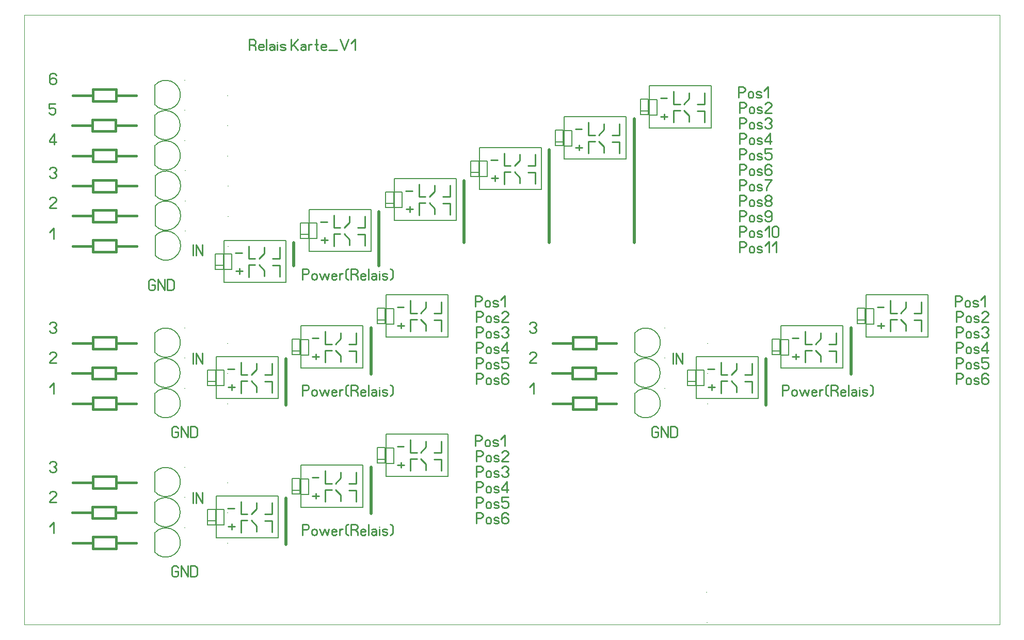
<source format=gbr>
%FSLAX34Y34*%
%MOMM*%
%LNCOPPER_BOTTOM*%
G71*
G01*
%ADD10C, 0.00*%
%ADD11C, 0.40*%
%ADD12C, 0.15*%
%ADD13C, 0.21*%
%ADD14C, 0.22*%
%ADD15C, 0.22*%
%ADD16C, 0.25*%
%ADD17C, 0.50*%
%LPD*%
G54D10*
X0Y0D02*
X1600000Y0D01*
X1600000Y-1000000D01*
X0Y-1000000D01*
X0Y0D01*
G54D11*
X150365Y-121866D02*
X150365Y-140866D01*
X112365Y-140866D01*
X112365Y-121866D01*
X150365Y-121866D01*
G54D11*
X150465Y-131366D02*
X183765Y-131366D01*
G54D11*
X78965Y-131366D02*
X112265Y-131366D01*
G54D12*
G75*
G01X214087Y-146889D02*
G03X214087Y-114770I17836J16059D01*
G01*
G54D12*
X214123Y-146830D02*
X214123Y-114830D01*
G54D13*
X333473Y-131498D02*
X333473Y-131498D01*
G54D13*
X263173Y-106098D02*
X263173Y-106098D01*
G54D11*
X149968Y-171475D02*
X149968Y-190475D01*
X111968Y-190475D01*
X111968Y-171475D01*
X149968Y-171475D01*
G54D11*
X150068Y-180975D02*
X183368Y-180975D01*
G54D11*
X78568Y-180975D02*
X111868Y-180975D01*
G54D12*
G75*
G01X213690Y-196498D02*
G03X213690Y-164380I17836J16059D01*
G01*
G54D12*
X213726Y-196439D02*
X213726Y-164439D01*
G54D13*
X333076Y-181107D02*
X333076Y-181107D01*
G54D13*
X262776Y-155707D02*
X262776Y-155707D01*
G54D11*
X150365Y-221084D02*
X150365Y-240084D01*
X112365Y-240084D01*
X112365Y-221084D01*
X150365Y-221084D01*
G54D11*
X150465Y-230584D02*
X183765Y-230584D01*
G54D11*
X78965Y-230584D02*
X112265Y-230584D01*
G54D12*
G75*
G01X214087Y-246107D02*
G03X214087Y-213989I17836J16059D01*
G01*
G54D12*
X214123Y-246048D02*
X214123Y-214048D01*
G54D13*
X333473Y-230717D02*
X333473Y-230717D01*
G54D13*
X263173Y-205317D02*
X263173Y-205317D01*
G54D11*
X150762Y-270694D02*
X150762Y-289694D01*
X112762Y-289694D01*
X112762Y-270694D01*
X150762Y-270694D01*
G54D11*
X150862Y-280194D02*
X184162Y-280194D01*
G54D11*
X79362Y-280194D02*
X112662Y-280194D01*
G54D12*
G75*
G01X214484Y-295717D02*
G03X214484Y-263599I17836J16059D01*
G01*
G54D12*
X214520Y-295658D02*
X214520Y-263658D01*
G54D13*
X333870Y-280326D02*
X333870Y-280326D01*
G54D13*
X263570Y-254926D02*
X263570Y-254926D01*
G54D11*
X150762Y-319906D02*
X150762Y-338906D01*
X112762Y-338906D01*
X112762Y-319906D01*
X150762Y-319906D01*
G54D11*
X150862Y-329406D02*
X184162Y-329406D01*
G54D11*
X79362Y-329406D02*
X112662Y-329406D01*
G54D12*
G75*
G01X214484Y-344929D02*
G03X214484Y-312811I17836J16059D01*
G01*
G54D12*
X214520Y-344870D02*
X214520Y-312870D01*
G54D13*
X333870Y-329538D02*
X333870Y-329538D01*
G54D13*
X263570Y-304138D02*
X263570Y-304138D01*
G54D11*
X150762Y-369119D02*
X150762Y-388119D01*
X112762Y-388119D01*
X112762Y-369119D01*
X150762Y-369119D01*
G54D11*
X150862Y-378619D02*
X184162Y-378619D01*
G54D11*
X79362Y-378619D02*
X112662Y-378619D01*
G54D12*
G75*
G01X214484Y-394142D02*
G03X214484Y-362024I17836J16059D01*
G01*
G54D12*
X214520Y-394083D02*
X214520Y-362083D01*
G54D13*
X333870Y-378751D02*
X333870Y-378751D01*
G54D13*
X263570Y-353351D02*
X263570Y-353351D01*
G54D14*
X208930Y-442358D02*
X214264Y-442358D01*
X214264Y-447914D01*
X212930Y-450136D01*
X210264Y-451247D01*
X207597Y-451247D01*
X204930Y-450136D01*
X203597Y-447914D01*
X203597Y-436802D01*
X204930Y-434580D01*
X207597Y-433469D01*
X210264Y-433469D01*
X212930Y-434580D01*
X214264Y-436802D01*
G54D14*
X219153Y-451247D02*
X219153Y-433469D01*
X229820Y-451247D01*
X229820Y-433469D01*
G54D14*
X234709Y-451247D02*
X234709Y-433469D01*
X241376Y-433469D01*
X244042Y-434580D01*
X245376Y-436802D01*
X245376Y-447914D01*
X244042Y-450136D01*
X241376Y-451247D01*
X234709Y-451247D01*
G54D14*
X456009Y-433784D02*
X456009Y-416007D01*
X462676Y-416007D01*
X465343Y-417118D01*
X466676Y-419340D01*
X466676Y-421562D01*
X465343Y-423784D01*
X462676Y-424896D01*
X456009Y-424896D01*
G54D14*
X479565Y-431118D02*
X479565Y-426673D01*
X478232Y-424451D01*
X475565Y-423784D01*
X472899Y-424451D01*
X471565Y-426673D01*
X471565Y-431118D01*
X472899Y-433340D01*
X475565Y-433784D01*
X478232Y-433340D01*
X479565Y-431118D01*
G54D14*
X484454Y-423784D02*
X488454Y-433784D01*
X492454Y-423784D01*
X496454Y-433784D01*
X499121Y-423784D01*
G54D14*
X512010Y-432673D02*
X509877Y-433784D01*
X507210Y-433784D01*
X504544Y-432673D01*
X504010Y-430451D01*
X504010Y-426673D01*
X505344Y-424451D01*
X508010Y-423784D01*
X510677Y-424451D01*
X512010Y-426007D01*
X512010Y-428229D01*
X504010Y-428229D01*
G54D14*
X516899Y-433784D02*
X516899Y-423784D01*
G54D14*
X516899Y-426007D02*
X519566Y-423784D01*
X522233Y-423784D01*
G54D14*
X531121Y-416007D02*
X528455Y-417118D01*
X527121Y-419340D01*
X527121Y-430451D01*
X528455Y-432673D01*
X531121Y-433784D01*
G54D14*
X541344Y-424896D02*
X545344Y-427118D01*
X546677Y-429340D01*
X546677Y-433784D01*
G54D14*
X536010Y-433784D02*
X536010Y-416007D01*
X542677Y-416007D01*
X545344Y-417118D01*
X546677Y-419340D01*
X546677Y-421562D01*
X545344Y-423784D01*
X542677Y-424896D01*
X536010Y-424896D01*
G54D14*
X559566Y-432673D02*
X557433Y-433784D01*
X554766Y-433784D01*
X552100Y-432673D01*
X551566Y-430451D01*
X551566Y-426673D01*
X552900Y-424451D01*
X555566Y-423784D01*
X558233Y-424451D01*
X559566Y-426007D01*
X559566Y-428229D01*
X551566Y-428229D01*
G54D14*
X564455Y-433784D02*
X564455Y-416007D01*
G54D14*
X569344Y-424896D02*
X572011Y-423784D01*
X575211Y-423784D01*
X577344Y-426007D01*
X577344Y-433784D01*
G54D14*
X577344Y-430451D02*
X576011Y-428229D01*
X573344Y-427784D01*
X570678Y-428229D01*
X569344Y-430451D01*
X569878Y-432673D01*
X572011Y-433784D01*
X573344Y-433784D01*
X573878Y-433784D01*
X576011Y-432673D01*
X577344Y-430451D01*
G54D14*
X582233Y-433784D02*
X582233Y-423784D01*
G54D14*
X582233Y-420451D02*
X582233Y-420451D01*
G54D14*
X587122Y-432673D02*
X589789Y-433784D01*
X592456Y-433784D01*
X595122Y-432673D01*
X595122Y-430451D01*
X593789Y-429340D01*
X588456Y-428229D01*
X587122Y-427118D01*
X587122Y-424896D01*
X589789Y-423784D01*
X592456Y-423784D01*
X595122Y-424896D01*
G54D14*
X600011Y-416007D02*
X602678Y-417118D01*
X604011Y-419340D01*
X604011Y-430451D01*
X602678Y-432673D01*
X600011Y-433784D01*
G54D14*
X41672Y-355998D02*
X48339Y-349332D01*
X48339Y-367109D01*
G54D14*
X52339Y-316309D02*
X41672Y-316309D01*
X41672Y-315198D01*
X43005Y-312976D01*
X51005Y-306309D01*
X52339Y-304087D01*
X52339Y-301865D01*
X51005Y-299643D01*
X48339Y-298532D01*
X45672Y-298532D01*
X43005Y-299643D01*
X41672Y-301865D01*
G54D14*
X41672Y-252652D02*
X43005Y-250430D01*
X45672Y-249319D01*
X48339Y-249319D01*
X51005Y-250430D01*
X52339Y-252652D01*
X52339Y-254875D01*
X51005Y-257097D01*
X48339Y-258208D01*
X51005Y-259319D01*
X52339Y-261541D01*
X52339Y-263764D01*
X51005Y-265986D01*
X48339Y-267097D01*
X45672Y-267097D01*
X43005Y-265986D01*
X41672Y-263764D01*
G54D14*
X49239Y-212467D02*
X49239Y-194689D01*
X41239Y-205800D01*
X41239Y-208023D01*
X51906Y-208023D01*
G54D14*
X50961Y-145049D02*
X40294Y-145049D01*
X40294Y-152827D01*
X41628Y-152827D01*
X44294Y-151716D01*
X46961Y-151716D01*
X49628Y-152827D01*
X50961Y-155049D01*
X50961Y-159493D01*
X49628Y-161716D01*
X46961Y-162827D01*
X44294Y-162827D01*
X41628Y-161716D01*
X40294Y-159493D01*
G54D14*
X52339Y-98665D02*
X51005Y-96443D01*
X48339Y-95332D01*
X45672Y-95332D01*
X43005Y-96443D01*
X41672Y-98665D01*
X41672Y-104220D01*
X41672Y-105332D01*
X45672Y-103109D01*
X48339Y-103109D01*
X51005Y-104220D01*
X52339Y-106443D01*
X52339Y-109776D01*
X51005Y-111998D01*
X48339Y-113109D01*
X45672Y-113109D01*
X43005Y-111998D01*
X41672Y-109776D01*
X41672Y-104220D01*
G54D14*
X1173559Y-160734D02*
X1173559Y-142956D01*
X1180226Y-142956D01*
X1182893Y-144068D01*
X1184226Y-146290D01*
X1184226Y-148512D01*
X1182893Y-150734D01*
X1180226Y-151846D01*
X1173559Y-151846D01*
G54D14*
X1197115Y-158068D02*
X1197115Y-153623D01*
X1195782Y-151401D01*
X1193115Y-150734D01*
X1190449Y-151401D01*
X1189115Y-153623D01*
X1189115Y-158068D01*
X1190449Y-160290D01*
X1193115Y-160734D01*
X1195782Y-160290D01*
X1197115Y-158068D01*
G54D14*
X1202004Y-159623D02*
X1204671Y-160734D01*
X1207338Y-160734D01*
X1210004Y-159623D01*
X1210004Y-157401D01*
X1208671Y-156290D01*
X1203338Y-155179D01*
X1202004Y-154068D01*
X1202004Y-151846D01*
X1204671Y-150734D01*
X1207338Y-150734D01*
X1210004Y-151846D01*
G54D14*
X1225560Y-160734D02*
X1214893Y-160734D01*
X1214893Y-159623D01*
X1216227Y-157401D01*
X1224227Y-150734D01*
X1225560Y-148512D01*
X1225560Y-146290D01*
X1224227Y-144068D01*
X1221560Y-142956D01*
X1218893Y-142956D01*
X1216227Y-144068D01*
X1214893Y-146290D01*
G54D14*
X1171972Y-135334D02*
X1171972Y-117556D01*
X1178638Y-117556D01*
X1181305Y-118668D01*
X1182638Y-120890D01*
X1182638Y-123112D01*
X1181305Y-125334D01*
X1178638Y-126446D01*
X1171972Y-126446D01*
G54D14*
X1195528Y-132668D02*
X1195528Y-128223D01*
X1194194Y-126001D01*
X1191528Y-125334D01*
X1188861Y-126001D01*
X1187528Y-128223D01*
X1187528Y-132668D01*
X1188861Y-134890D01*
X1191528Y-135334D01*
X1194194Y-134890D01*
X1195528Y-132668D01*
G54D14*
X1200417Y-134223D02*
X1203084Y-135334D01*
X1205750Y-135334D01*
X1208417Y-134223D01*
X1208417Y-132001D01*
X1207084Y-130890D01*
X1201750Y-129779D01*
X1200417Y-128668D01*
X1200417Y-126446D01*
X1203084Y-125334D01*
X1205750Y-125334D01*
X1208417Y-126446D01*
G54D14*
X1213306Y-124223D02*
X1219972Y-117556D01*
X1219972Y-135334D01*
G54D14*
X1173559Y-211534D02*
X1173559Y-193756D01*
X1180226Y-193756D01*
X1182893Y-194868D01*
X1184226Y-197090D01*
X1184226Y-199312D01*
X1182893Y-201534D01*
X1180226Y-202646D01*
X1173559Y-202646D01*
G54D14*
X1197115Y-208868D02*
X1197115Y-204423D01*
X1195782Y-202201D01*
X1193115Y-201534D01*
X1190449Y-202201D01*
X1189115Y-204423D01*
X1189115Y-208868D01*
X1190449Y-211090D01*
X1193115Y-211534D01*
X1195782Y-211090D01*
X1197115Y-208868D01*
G54D14*
X1202004Y-210423D02*
X1204671Y-211534D01*
X1207338Y-211534D01*
X1210004Y-210423D01*
X1210004Y-208201D01*
X1208671Y-207090D01*
X1203338Y-205979D01*
X1202004Y-204868D01*
X1202004Y-202646D01*
X1204671Y-201534D01*
X1207338Y-201534D01*
X1210004Y-202646D01*
G54D14*
X1222893Y-211534D02*
X1222893Y-193756D01*
X1214893Y-204868D01*
X1214893Y-207090D01*
X1225560Y-207090D01*
G54D13*
X1119286Y-946679D02*
X1119286Y-946679D01*
G54D13*
X1119682Y-996289D02*
X1119682Y-996289D01*
G54D12*
X1024763Y-115922D02*
X1024763Y-184979D01*
X1126363Y-184979D01*
X1126363Y-115922D01*
X1024763Y-115922D01*
G54D12*
X1024763Y-138147D02*
X1024763Y-163548D01*
X1037463Y-163547D01*
X1037463Y-138147D01*
X1024763Y-138147D01*
G54D15*
X1044150Y-166626D02*
X1054817Y-166626D01*
G54D15*
X1049484Y-162181D02*
X1049484Y-171070D01*
G54D15*
X1043356Y-136413D02*
X1054023Y-136414D01*
G54D16*
X1065244Y-125403D02*
X1065244Y-146041D01*
X1075563Y-146041D01*
G54D16*
X1065244Y-176204D02*
X1065244Y-156360D01*
X1075563Y-156360D01*
G54D16*
X1081913Y-156360D02*
X1090644Y-165091D01*
X1090644Y-174616D01*
G54D16*
X1081913Y-145922D02*
X1090644Y-137191D01*
X1090644Y-127666D01*
G54D16*
X1104138Y-157154D02*
X1116044Y-157154D01*
X1116044Y-175410D01*
G54D16*
X1104138Y-145860D02*
X1116044Y-145860D01*
X1116044Y-127604D01*
G54D12*
X1023124Y-137983D02*
X1010323Y-137983D01*
X1010323Y-163383D01*
X1023123Y-163383D01*
X1023124Y-137983D01*
G54D12*
X1010324Y-157083D02*
X1023123Y-157083D01*
G54D14*
X1173559Y-186134D02*
X1173559Y-168356D01*
X1180226Y-168356D01*
X1182893Y-169468D01*
X1184226Y-171690D01*
X1184226Y-173912D01*
X1182893Y-176134D01*
X1180226Y-177246D01*
X1173559Y-177246D01*
G54D14*
X1197115Y-183468D02*
X1197115Y-179023D01*
X1195782Y-176801D01*
X1193115Y-176134D01*
X1190449Y-176801D01*
X1189115Y-179023D01*
X1189115Y-183468D01*
X1190449Y-185690D01*
X1193115Y-186134D01*
X1195782Y-185690D01*
X1197115Y-183468D01*
G54D14*
X1202004Y-185023D02*
X1204671Y-186134D01*
X1207338Y-186134D01*
X1210004Y-185023D01*
X1210004Y-182801D01*
X1208671Y-181690D01*
X1203338Y-180579D01*
X1202004Y-179468D01*
X1202004Y-177246D01*
X1204671Y-176134D01*
X1207338Y-176134D01*
X1210004Y-177246D01*
G54D14*
X1214893Y-171690D02*
X1216227Y-169468D01*
X1218893Y-168356D01*
X1221560Y-168356D01*
X1224227Y-169468D01*
X1225560Y-171690D01*
X1225560Y-173912D01*
X1224227Y-176134D01*
X1221560Y-177246D01*
X1224227Y-178356D01*
X1225560Y-180579D01*
X1225560Y-182801D01*
X1224227Y-185023D01*
X1221560Y-186134D01*
X1218893Y-186134D01*
X1216227Y-185023D01*
X1214893Y-182801D01*
G54D12*
X885063Y-166722D02*
X885063Y-235779D01*
X986663Y-235779D01*
X986663Y-166722D01*
X885063Y-166722D01*
G54D12*
X885063Y-188947D02*
X885063Y-214348D01*
X897763Y-214347D01*
X897763Y-188947D01*
X885063Y-188947D01*
G54D15*
X904450Y-217426D02*
X915117Y-217426D01*
G54D15*
X909784Y-212981D02*
X909784Y-221870D01*
G54D15*
X903656Y-187213D02*
X914323Y-187214D01*
G54D16*
X925544Y-176203D02*
X925544Y-196841D01*
X935863Y-196841D01*
G54D16*
X925544Y-227004D02*
X925544Y-207160D01*
X935863Y-207160D01*
G54D16*
X942213Y-207160D02*
X950944Y-215891D01*
X950944Y-225416D01*
G54D16*
X942213Y-196722D02*
X950944Y-187991D01*
X950944Y-178466D01*
G54D16*
X964438Y-207954D02*
X976344Y-207954D01*
X976344Y-226210D01*
G54D16*
X964438Y-196660D02*
X976344Y-196660D01*
X976344Y-178404D01*
G54D12*
X883424Y-188783D02*
X870623Y-188783D01*
X870623Y-214183D01*
X883423Y-214183D01*
X883424Y-188783D01*
G54D12*
X870624Y-207883D02*
X883423Y-207883D01*
G54D14*
X1173559Y-236934D02*
X1173559Y-219156D01*
X1180226Y-219156D01*
X1182893Y-220268D01*
X1184226Y-222490D01*
X1184226Y-224712D01*
X1182893Y-226934D01*
X1180226Y-228046D01*
X1173559Y-228046D01*
G54D14*
X1197115Y-234268D02*
X1197115Y-229823D01*
X1195782Y-227601D01*
X1193115Y-226934D01*
X1190449Y-227601D01*
X1189115Y-229823D01*
X1189115Y-234268D01*
X1190449Y-236490D01*
X1193115Y-236934D01*
X1195782Y-236490D01*
X1197115Y-234268D01*
G54D14*
X1202004Y-235823D02*
X1204671Y-236934D01*
X1207338Y-236934D01*
X1210004Y-235823D01*
X1210004Y-233601D01*
X1208671Y-232490D01*
X1203338Y-231379D01*
X1202004Y-230268D01*
X1202004Y-228046D01*
X1204671Y-226934D01*
X1207338Y-226934D01*
X1210004Y-228046D01*
G54D14*
X1225560Y-219156D02*
X1214893Y-219156D01*
X1214893Y-226934D01*
X1216227Y-226934D01*
X1218893Y-225823D01*
X1221560Y-225823D01*
X1224227Y-226934D01*
X1225560Y-229156D01*
X1225560Y-233601D01*
X1224227Y-235823D01*
X1221560Y-236934D01*
X1218893Y-236934D01*
X1216227Y-235823D01*
X1214893Y-233601D01*
G54D14*
X1173559Y-262334D02*
X1173559Y-244556D01*
X1180226Y-244556D01*
X1182893Y-245668D01*
X1184226Y-247890D01*
X1184226Y-250112D01*
X1182893Y-252334D01*
X1180226Y-253446D01*
X1173559Y-253446D01*
G54D14*
X1197115Y-259668D02*
X1197115Y-255223D01*
X1195782Y-253001D01*
X1193115Y-252334D01*
X1190449Y-253001D01*
X1189115Y-255223D01*
X1189115Y-259668D01*
X1190449Y-261890D01*
X1193115Y-262334D01*
X1195782Y-261890D01*
X1197115Y-259668D01*
G54D14*
X1202004Y-261223D02*
X1204671Y-262334D01*
X1207338Y-262334D01*
X1210004Y-261223D01*
X1210004Y-259001D01*
X1208671Y-257890D01*
X1203338Y-256779D01*
X1202004Y-255668D01*
X1202004Y-253446D01*
X1204671Y-252334D01*
X1207338Y-252334D01*
X1210004Y-253446D01*
G54D14*
X1225560Y-247890D02*
X1224227Y-245668D01*
X1221560Y-244556D01*
X1218893Y-244556D01*
X1216227Y-245668D01*
X1214893Y-247890D01*
X1214893Y-253446D01*
X1214893Y-254556D01*
X1218893Y-252334D01*
X1221560Y-252334D01*
X1224227Y-253446D01*
X1225560Y-255668D01*
X1225560Y-259001D01*
X1224227Y-261223D01*
X1221560Y-262334D01*
X1218893Y-262334D01*
X1216227Y-261223D01*
X1214893Y-259001D01*
X1214893Y-253446D01*
G54D12*
X746919Y-216919D02*
X746919Y-285975D01*
X848519Y-285975D01*
X848519Y-216919D01*
X746919Y-216919D01*
G54D12*
X746919Y-239144D02*
X746919Y-264544D01*
X759619Y-264544D01*
X759619Y-239144D01*
X746919Y-239144D01*
G54D15*
X766306Y-267622D02*
X776973Y-267622D01*
G54D15*
X771640Y-263178D02*
X771640Y-272067D01*
G54D15*
X765512Y-237410D02*
X776179Y-237410D01*
G54D16*
X787400Y-226400D02*
X787400Y-247037D01*
X797719Y-247037D01*
G54D16*
X787400Y-277200D02*
X787400Y-257356D01*
X797719Y-257356D01*
G54D16*
X804069Y-257356D02*
X812800Y-266088D01*
X812800Y-275612D01*
G54D16*
X804069Y-246918D02*
X812800Y-238187D01*
X812800Y-228662D01*
G54D16*
X826294Y-258150D02*
X838200Y-258150D01*
X838200Y-276406D01*
G54D16*
X826294Y-246856D02*
X838200Y-246856D01*
X838200Y-228600D01*
G54D12*
X745279Y-238979D02*
X732479Y-238979D01*
X732479Y-264379D01*
X745279Y-264380D01*
X745279Y-238979D01*
G54D12*
X732479Y-258079D02*
X745279Y-258079D01*
G54D14*
X1173559Y-287734D02*
X1173559Y-269956D01*
X1180226Y-269956D01*
X1182893Y-271068D01*
X1184226Y-273290D01*
X1184226Y-275512D01*
X1182893Y-277734D01*
X1180226Y-278846D01*
X1173559Y-278846D01*
G54D14*
X1197115Y-285068D02*
X1197115Y-280623D01*
X1195782Y-278401D01*
X1193115Y-277734D01*
X1190449Y-278401D01*
X1189115Y-280623D01*
X1189115Y-285068D01*
X1190449Y-287290D01*
X1193115Y-287734D01*
X1195782Y-287290D01*
X1197115Y-285068D01*
G54D14*
X1202004Y-286623D02*
X1204671Y-287734D01*
X1207338Y-287734D01*
X1210004Y-286623D01*
X1210004Y-284401D01*
X1208671Y-283290D01*
X1203338Y-282179D01*
X1202004Y-281068D01*
X1202004Y-278846D01*
X1204671Y-277734D01*
X1207338Y-277734D01*
X1210004Y-278846D01*
G54D14*
X1214893Y-269956D02*
X1225560Y-269956D01*
X1224227Y-272179D01*
X1221560Y-275512D01*
X1218893Y-279956D01*
X1217560Y-283290D01*
X1217560Y-287734D01*
G54D14*
X1173559Y-313134D02*
X1173559Y-295356D01*
X1180226Y-295356D01*
X1182893Y-296468D01*
X1184226Y-298690D01*
X1184226Y-300912D01*
X1182893Y-303134D01*
X1180226Y-304246D01*
X1173559Y-304246D01*
G54D14*
X1197115Y-310468D02*
X1197115Y-306023D01*
X1195782Y-303801D01*
X1193115Y-303134D01*
X1190449Y-303801D01*
X1189115Y-306023D01*
X1189115Y-310468D01*
X1190449Y-312690D01*
X1193115Y-313134D01*
X1195782Y-312690D01*
X1197115Y-310468D01*
G54D14*
X1202004Y-312023D02*
X1204671Y-313134D01*
X1207338Y-313134D01*
X1210004Y-312023D01*
X1210004Y-309801D01*
X1208671Y-308690D01*
X1203338Y-307579D01*
X1202004Y-306468D01*
X1202004Y-304246D01*
X1204671Y-303134D01*
X1207338Y-303134D01*
X1210004Y-304246D01*
G54D14*
X1221560Y-304246D02*
X1218893Y-304246D01*
X1216227Y-303134D01*
X1214893Y-300912D01*
X1214893Y-298690D01*
X1216227Y-296468D01*
X1218893Y-295356D01*
X1221560Y-295356D01*
X1224227Y-296468D01*
X1225560Y-298690D01*
X1225560Y-300912D01*
X1224227Y-303134D01*
X1221560Y-304246D01*
X1224227Y-305356D01*
X1225560Y-307579D01*
X1225560Y-309801D01*
X1224227Y-312023D01*
X1221560Y-313134D01*
X1218893Y-313134D01*
X1216227Y-312023D01*
X1214893Y-309801D01*
X1214893Y-307579D01*
X1216227Y-305356D01*
X1218893Y-304246D01*
G54D14*
X1173559Y-338534D02*
X1173559Y-320756D01*
X1180226Y-320756D01*
X1182893Y-321868D01*
X1184226Y-324090D01*
X1184226Y-326312D01*
X1182893Y-328534D01*
X1180226Y-329646D01*
X1173559Y-329646D01*
G54D14*
X1197115Y-335868D02*
X1197115Y-331423D01*
X1195782Y-329201D01*
X1193115Y-328534D01*
X1190449Y-329201D01*
X1189115Y-331423D01*
X1189115Y-335868D01*
X1190449Y-338090D01*
X1193115Y-338534D01*
X1195782Y-338090D01*
X1197115Y-335868D01*
G54D14*
X1202004Y-337423D02*
X1204671Y-338534D01*
X1207338Y-338534D01*
X1210004Y-337423D01*
X1210004Y-335201D01*
X1208671Y-334090D01*
X1203338Y-332979D01*
X1202004Y-331868D01*
X1202004Y-329646D01*
X1204671Y-328534D01*
X1207338Y-328534D01*
X1210004Y-329646D01*
G54D14*
X1214893Y-335201D02*
X1216227Y-337423D01*
X1218893Y-338534D01*
X1221560Y-338534D01*
X1224227Y-337423D01*
X1225560Y-335201D01*
X1225560Y-329646D01*
X1225560Y-328534D01*
X1221560Y-330756D01*
X1218893Y-330756D01*
X1216227Y-329646D01*
X1214893Y-327423D01*
X1214893Y-324090D01*
X1216227Y-321868D01*
X1218893Y-320756D01*
X1221560Y-320756D01*
X1224227Y-321868D01*
X1225560Y-324090D01*
X1225560Y-329646D01*
G54D14*
X1173559Y-363934D02*
X1173559Y-346156D01*
X1180226Y-346156D01*
X1182893Y-347268D01*
X1184226Y-349490D01*
X1184226Y-351712D01*
X1182893Y-353934D01*
X1180226Y-355046D01*
X1173559Y-355046D01*
G54D14*
X1197115Y-361268D02*
X1197115Y-356823D01*
X1195782Y-354601D01*
X1193115Y-353934D01*
X1190449Y-354601D01*
X1189115Y-356823D01*
X1189115Y-361268D01*
X1190449Y-363490D01*
X1193115Y-363934D01*
X1195782Y-363490D01*
X1197115Y-361268D01*
G54D14*
X1202004Y-362823D02*
X1204671Y-363934D01*
X1207338Y-363934D01*
X1210004Y-362823D01*
X1210004Y-360601D01*
X1208671Y-359490D01*
X1203338Y-358379D01*
X1202004Y-357268D01*
X1202004Y-355046D01*
X1204671Y-353934D01*
X1207338Y-353934D01*
X1210004Y-355046D01*
G54D14*
X1214893Y-352823D02*
X1221560Y-346156D01*
X1221560Y-363934D01*
G54D14*
X1237116Y-349490D02*
X1237116Y-360601D01*
X1235783Y-362823D01*
X1233116Y-363934D01*
X1230449Y-363934D01*
X1227783Y-362823D01*
X1226449Y-360601D01*
X1226449Y-349490D01*
X1227783Y-347268D01*
X1230449Y-346156D01*
X1233116Y-346156D01*
X1235783Y-347268D01*
X1237116Y-349490D01*
G54D14*
X1173559Y-389334D02*
X1173559Y-371556D01*
X1180226Y-371556D01*
X1182893Y-372668D01*
X1184226Y-374890D01*
X1184226Y-377112D01*
X1182893Y-379334D01*
X1180226Y-380446D01*
X1173559Y-380446D01*
G54D14*
X1197115Y-386668D02*
X1197115Y-382223D01*
X1195782Y-380001D01*
X1193115Y-379334D01*
X1190449Y-380001D01*
X1189115Y-382223D01*
X1189115Y-386668D01*
X1190449Y-388890D01*
X1193115Y-389334D01*
X1195782Y-388890D01*
X1197115Y-386668D01*
G54D14*
X1202004Y-388223D02*
X1204671Y-389334D01*
X1207338Y-389334D01*
X1210004Y-388223D01*
X1210004Y-386001D01*
X1208671Y-384890D01*
X1203338Y-383779D01*
X1202004Y-382668D01*
X1202004Y-380446D01*
X1204671Y-379334D01*
X1207338Y-379334D01*
X1210004Y-380446D01*
G54D14*
X1214893Y-378223D02*
X1221560Y-371556D01*
X1221560Y-389334D01*
G54D14*
X1226449Y-378223D02*
X1233116Y-371556D01*
X1233116Y-389334D01*
G54D12*
X607219Y-267719D02*
X607219Y-336775D01*
X708819Y-336775D01*
X708819Y-267719D01*
X607219Y-267719D01*
G54D12*
X607219Y-289944D02*
X607219Y-315344D01*
X619919Y-315344D01*
X619919Y-289944D01*
X607219Y-289944D01*
G54D15*
X626606Y-318422D02*
X637273Y-318422D01*
G54D15*
X631940Y-313978D02*
X631940Y-322867D01*
G54D15*
X625812Y-288210D02*
X636479Y-288210D01*
G54D16*
X647700Y-277200D02*
X647700Y-297837D01*
X658019Y-297837D01*
G54D16*
X647700Y-328000D02*
X647700Y-308156D01*
X658019Y-308156D01*
G54D16*
X664369Y-308156D02*
X673100Y-316888D01*
X673100Y-326412D01*
G54D16*
X664369Y-297718D02*
X673100Y-288987D01*
X673100Y-279462D01*
G54D16*
X686594Y-308950D02*
X698500Y-308950D01*
X698500Y-327206D01*
G54D16*
X686594Y-297656D02*
X698500Y-297656D01*
X698500Y-279400D01*
G54D12*
X605579Y-289779D02*
X592779Y-289779D01*
X592779Y-315179D01*
X605579Y-315180D01*
X605579Y-289779D01*
G54D12*
X592779Y-308879D02*
X605579Y-308879D01*
G54D12*
X467519Y-318519D02*
X467519Y-387575D01*
X569119Y-387575D01*
X569119Y-318519D01*
X467519Y-318519D01*
G54D12*
X467519Y-340744D02*
X467519Y-366144D01*
X480219Y-366144D01*
X480219Y-340744D01*
X467519Y-340744D01*
G54D15*
X486906Y-369222D02*
X497573Y-369222D01*
G54D15*
X492240Y-364778D02*
X492240Y-373667D01*
G54D15*
X486112Y-339010D02*
X496779Y-339010D01*
G54D16*
X508000Y-328000D02*
X508000Y-348637D01*
X518319Y-348637D01*
G54D16*
X508000Y-378800D02*
X508000Y-358956D01*
X518319Y-358956D01*
G54D16*
X524669Y-358956D02*
X533400Y-367688D01*
X533400Y-377212D01*
G54D16*
X524669Y-348518D02*
X533400Y-339787D01*
X533400Y-330262D01*
G54D16*
X546894Y-359750D02*
X558800Y-359750D01*
X558800Y-378006D01*
G54D16*
X546894Y-348456D02*
X558800Y-348456D01*
X558800Y-330200D01*
G54D12*
X465879Y-340579D02*
X453079Y-340579D01*
X453079Y-365979D01*
X465879Y-365980D01*
X465879Y-340579D01*
G54D12*
X453079Y-359679D02*
X465879Y-359679D01*
G54D12*
X327819Y-369319D02*
X327819Y-438375D01*
X429419Y-438375D01*
X429419Y-369319D01*
X327819Y-369319D01*
G54D12*
X327819Y-391544D02*
X327819Y-416944D01*
X340519Y-416944D01*
X340519Y-391544D01*
X327819Y-391544D01*
G54D15*
X347206Y-420022D02*
X357873Y-420022D01*
G54D15*
X352540Y-415578D02*
X352540Y-424467D01*
G54D15*
X346412Y-389810D02*
X357079Y-389810D01*
G54D16*
X368300Y-378800D02*
X368300Y-399437D01*
X378619Y-399437D01*
G54D16*
X368300Y-429600D02*
X368300Y-409756D01*
X378619Y-409756D01*
G54D16*
X384969Y-409756D02*
X393700Y-418488D01*
X393700Y-428012D01*
G54D16*
X384969Y-399318D02*
X393700Y-390587D01*
X393700Y-381062D01*
G54D16*
X407194Y-410550D02*
X419100Y-410550D01*
X419100Y-428806D01*
G54D16*
X407194Y-399256D02*
X419100Y-399256D01*
X419100Y-381000D01*
G54D12*
X326179Y-391379D02*
X313379Y-391379D01*
X313379Y-416779D01*
X326179Y-416780D01*
X326179Y-391379D01*
G54D12*
X313379Y-410479D02*
X326179Y-410479D01*
G54D14*
X276622Y-394097D02*
X276622Y-376319D01*
G54D14*
X281511Y-394097D02*
X281511Y-376319D01*
X292178Y-394097D01*
X292178Y-376319D01*
G54D17*
X441325Y-373062D02*
X441325Y-411162D01*
G54D17*
X581025Y-411162D02*
X581025Y-322262D01*
G54D17*
X720725Y-271462D02*
X720725Y-373062D01*
G54D17*
X860425Y-373062D02*
X860425Y-220662D01*
G54D17*
X1000125Y-169862D02*
X1000125Y-373062D01*
G54D11*
X150365Y-528266D02*
X150365Y-547266D01*
X112365Y-547266D01*
X112365Y-528266D01*
X150365Y-528266D01*
G54D11*
X150465Y-537766D02*
X183765Y-537766D01*
G54D11*
X78965Y-537766D02*
X112265Y-537766D01*
G54D12*
G75*
G01X214087Y-553289D02*
G03X214087Y-521170I17836J16059D01*
G01*
G54D12*
X214123Y-553230D02*
X214123Y-521230D01*
G54D13*
X333473Y-537898D02*
X333473Y-537898D01*
G54D13*
X263173Y-512498D02*
X263173Y-512498D01*
G54D11*
X149968Y-577875D02*
X149968Y-596875D01*
X111968Y-596875D01*
X111968Y-577875D01*
X149968Y-577875D01*
G54D11*
X150068Y-587375D02*
X183368Y-587375D01*
G54D11*
X78568Y-587375D02*
X111868Y-587375D01*
G54D12*
G75*
G01X213690Y-602898D02*
G03X213690Y-570780I17836J16059D01*
G01*
G54D12*
X213726Y-602839D02*
X213726Y-570839D01*
G54D13*
X333076Y-587507D02*
X333076Y-587507D01*
G54D13*
X262776Y-562107D02*
X262776Y-562107D01*
G54D11*
X150365Y-627484D02*
X150365Y-646484D01*
X112365Y-646484D01*
X112365Y-627484D01*
X150365Y-627484D01*
G54D11*
X150465Y-636984D02*
X183765Y-636984D01*
G54D11*
X78965Y-636984D02*
X112265Y-636984D01*
G54D12*
G75*
G01X214087Y-652507D02*
G03X214087Y-620389I17836J16059D01*
G01*
G54D12*
X214123Y-652448D02*
X214123Y-620448D01*
G54D13*
X333473Y-637117D02*
X333473Y-637117D01*
G54D13*
X263173Y-611717D02*
X263173Y-611717D01*
G54D14*
X41672Y-609998D02*
X48339Y-603332D01*
X48339Y-621109D01*
G54D14*
X52339Y-570309D02*
X41672Y-570309D01*
X41672Y-569198D01*
X43005Y-566976D01*
X51005Y-560309D01*
X52339Y-558087D01*
X52339Y-555865D01*
X51005Y-553643D01*
X48339Y-552532D01*
X45672Y-552532D01*
X43005Y-553643D01*
X41672Y-555865D01*
G54D14*
X41672Y-506652D02*
X43005Y-504430D01*
X45672Y-503319D01*
X48339Y-503319D01*
X51005Y-504430D01*
X52339Y-506652D01*
X52339Y-508875D01*
X51005Y-511097D01*
X48339Y-512208D01*
X51005Y-513319D01*
X52339Y-515541D01*
X52339Y-517764D01*
X51005Y-519986D01*
X48339Y-521097D01*
X45672Y-521097D01*
X43005Y-519986D01*
X41672Y-517764D01*
G54D14*
X741759Y-503634D02*
X741759Y-485856D01*
X748426Y-485856D01*
X751093Y-486968D01*
X752426Y-489190D01*
X752426Y-491412D01*
X751093Y-493634D01*
X748426Y-494746D01*
X741759Y-494746D01*
G54D14*
X765315Y-500968D02*
X765315Y-496523D01*
X763982Y-494301D01*
X761315Y-493634D01*
X758649Y-494301D01*
X757315Y-496523D01*
X757315Y-500968D01*
X758649Y-503190D01*
X761315Y-503634D01*
X763982Y-503190D01*
X765315Y-500968D01*
G54D14*
X770204Y-502523D02*
X772871Y-503634D01*
X775538Y-503634D01*
X778204Y-502523D01*
X778204Y-500301D01*
X776871Y-499190D01*
X771538Y-498079D01*
X770204Y-496968D01*
X770204Y-494746D01*
X772871Y-493634D01*
X775538Y-493634D01*
X778204Y-494746D01*
G54D14*
X793760Y-503634D02*
X783093Y-503634D01*
X783093Y-502523D01*
X784427Y-500301D01*
X792427Y-493634D01*
X793760Y-491412D01*
X793760Y-489190D01*
X792427Y-486968D01*
X789760Y-485856D01*
X787093Y-485856D01*
X784427Y-486968D01*
X783093Y-489190D01*
G54D14*
X740172Y-478234D02*
X740172Y-460456D01*
X746838Y-460456D01*
X749505Y-461568D01*
X750838Y-463790D01*
X750838Y-466012D01*
X749505Y-468234D01*
X746838Y-469346D01*
X740172Y-469346D01*
G54D14*
X763728Y-475568D02*
X763728Y-471123D01*
X762394Y-468901D01*
X759728Y-468234D01*
X757061Y-468901D01*
X755728Y-471123D01*
X755728Y-475568D01*
X757061Y-477790D01*
X759728Y-478234D01*
X762394Y-477790D01*
X763728Y-475568D01*
G54D14*
X768617Y-477123D02*
X771284Y-478234D01*
X773950Y-478234D01*
X776617Y-477123D01*
X776617Y-474901D01*
X775284Y-473790D01*
X769950Y-472679D01*
X768617Y-471568D01*
X768617Y-469346D01*
X771284Y-468234D01*
X773950Y-468234D01*
X776617Y-469346D01*
G54D14*
X781506Y-467123D02*
X788172Y-460456D01*
X788172Y-478234D01*
G54D14*
X741759Y-554434D02*
X741759Y-536656D01*
X748426Y-536656D01*
X751093Y-537768D01*
X752426Y-539990D01*
X752426Y-542212D01*
X751093Y-544434D01*
X748426Y-545546D01*
X741759Y-545546D01*
G54D14*
X765315Y-551768D02*
X765315Y-547323D01*
X763982Y-545101D01*
X761315Y-544434D01*
X758649Y-545101D01*
X757315Y-547323D01*
X757315Y-551768D01*
X758649Y-553990D01*
X761315Y-554434D01*
X763982Y-553990D01*
X765315Y-551768D01*
G54D14*
X770204Y-553323D02*
X772871Y-554434D01*
X775538Y-554434D01*
X778204Y-553323D01*
X778204Y-551101D01*
X776871Y-549990D01*
X771538Y-548879D01*
X770204Y-547768D01*
X770204Y-545546D01*
X772871Y-544434D01*
X775538Y-544434D01*
X778204Y-545546D01*
G54D14*
X791093Y-554434D02*
X791093Y-536656D01*
X783093Y-547768D01*
X783093Y-549990D01*
X793760Y-549990D01*
G54D12*
X592963Y-458822D02*
X592963Y-527879D01*
X694563Y-527879D01*
X694563Y-458822D01*
X592963Y-458822D01*
G54D12*
X592963Y-481047D02*
X592963Y-506448D01*
X605663Y-506447D01*
X605663Y-481047D01*
X592963Y-481047D01*
G54D15*
X612350Y-509526D02*
X623017Y-509526D01*
G54D15*
X617683Y-505081D02*
X617683Y-513970D01*
G54D15*
X611556Y-479313D02*
X622223Y-479314D01*
G54D16*
X633444Y-468303D02*
X633444Y-488941D01*
X643763Y-488941D01*
G54D16*
X633444Y-519104D02*
X633444Y-499260D01*
X643763Y-499260D01*
G54D16*
X650113Y-499260D02*
X658844Y-507991D01*
X658844Y-517516D01*
G54D16*
X650113Y-488822D02*
X658844Y-480091D01*
X658844Y-470566D01*
G54D16*
X672338Y-500054D02*
X684244Y-500054D01*
X684244Y-518310D01*
G54D16*
X672338Y-488760D02*
X684244Y-488760D01*
X684244Y-470504D01*
G54D12*
X591323Y-480883D02*
X578523Y-480883D01*
X578523Y-506283D01*
X591323Y-506283D01*
X591323Y-480883D01*
G54D12*
X578523Y-499983D02*
X591323Y-499983D01*
G54D14*
X741759Y-529034D02*
X741759Y-511256D01*
X748426Y-511256D01*
X751093Y-512368D01*
X752426Y-514590D01*
X752426Y-516812D01*
X751093Y-519034D01*
X748426Y-520146D01*
X741759Y-520146D01*
G54D14*
X765315Y-526368D02*
X765315Y-521923D01*
X763982Y-519701D01*
X761315Y-519034D01*
X758649Y-519701D01*
X757315Y-521923D01*
X757315Y-526368D01*
X758649Y-528590D01*
X761315Y-529034D01*
X763982Y-528590D01*
X765315Y-526368D01*
G54D14*
X770204Y-527923D02*
X772871Y-529034D01*
X775538Y-529034D01*
X778204Y-527923D01*
X778204Y-525701D01*
X776871Y-524590D01*
X771538Y-523479D01*
X770204Y-522368D01*
X770204Y-520146D01*
X772871Y-519034D01*
X775538Y-519034D01*
X778204Y-520146D01*
G54D14*
X783093Y-514590D02*
X784427Y-512368D01*
X787093Y-511256D01*
X789760Y-511256D01*
X792427Y-512368D01*
X793760Y-514590D01*
X793760Y-516812D01*
X792427Y-519034D01*
X789760Y-520146D01*
X792427Y-521256D01*
X793760Y-523479D01*
X793760Y-525701D01*
X792427Y-527923D01*
X789760Y-529034D01*
X787093Y-529034D01*
X784427Y-527923D01*
X783093Y-525701D01*
G54D12*
X453263Y-509622D02*
X453263Y-578679D01*
X554863Y-578679D01*
X554863Y-509622D01*
X453263Y-509622D01*
G54D12*
X453263Y-531847D02*
X453263Y-557248D01*
X465963Y-557247D01*
X465963Y-531847D01*
X453263Y-531847D01*
G54D15*
X472650Y-560326D02*
X483317Y-560326D01*
G54D15*
X477984Y-555881D02*
X477984Y-564770D01*
G54D15*
X471856Y-530113D02*
X482523Y-530114D01*
G54D16*
X493744Y-519103D02*
X493744Y-539741D01*
X504063Y-539741D01*
G54D16*
X493744Y-569904D02*
X493744Y-550060D01*
X504063Y-550060D01*
G54D16*
X510413Y-550060D02*
X519144Y-558791D01*
X519144Y-568316D01*
G54D16*
X510413Y-539622D02*
X519144Y-530891D01*
X519144Y-521366D01*
G54D16*
X532638Y-550854D02*
X544544Y-550854D01*
X544544Y-569110D01*
G54D16*
X532638Y-539560D02*
X544544Y-539560D01*
X544544Y-521304D01*
G54D12*
X451624Y-531683D02*
X438823Y-531683D01*
X438823Y-557083D01*
X451623Y-557083D01*
X451624Y-531683D01*
G54D12*
X438824Y-550783D02*
X451623Y-550783D01*
G54D14*
X741759Y-579834D02*
X741759Y-562056D01*
X748426Y-562056D01*
X751093Y-563168D01*
X752426Y-565390D01*
X752426Y-567612D01*
X751093Y-569834D01*
X748426Y-570946D01*
X741759Y-570946D01*
G54D14*
X765315Y-577168D02*
X765315Y-572723D01*
X763982Y-570501D01*
X761315Y-569834D01*
X758649Y-570501D01*
X757315Y-572723D01*
X757315Y-577168D01*
X758649Y-579390D01*
X761315Y-579834D01*
X763982Y-579390D01*
X765315Y-577168D01*
G54D14*
X770204Y-578723D02*
X772871Y-579834D01*
X775538Y-579834D01*
X778204Y-578723D01*
X778204Y-576501D01*
X776871Y-575390D01*
X771538Y-574279D01*
X770204Y-573168D01*
X770204Y-570946D01*
X772871Y-569834D01*
X775538Y-569834D01*
X778204Y-570946D01*
G54D14*
X793760Y-562056D02*
X783093Y-562056D01*
X783093Y-569834D01*
X784427Y-569834D01*
X787093Y-568723D01*
X789760Y-568723D01*
X792427Y-569834D01*
X793760Y-572056D01*
X793760Y-576501D01*
X792427Y-578723D01*
X789760Y-579834D01*
X787093Y-579834D01*
X784427Y-578723D01*
X783093Y-576501D01*
G54D14*
X741759Y-605234D02*
X741759Y-587456D01*
X748426Y-587456D01*
X751093Y-588568D01*
X752426Y-590790D01*
X752426Y-593012D01*
X751093Y-595234D01*
X748426Y-596346D01*
X741759Y-596346D01*
G54D14*
X765315Y-602568D02*
X765315Y-598123D01*
X763982Y-595901D01*
X761315Y-595234D01*
X758649Y-595901D01*
X757315Y-598123D01*
X757315Y-602568D01*
X758649Y-604790D01*
X761315Y-605234D01*
X763982Y-604790D01*
X765315Y-602568D01*
G54D14*
X770204Y-604123D02*
X772871Y-605234D01*
X775538Y-605234D01*
X778204Y-604123D01*
X778204Y-601901D01*
X776871Y-600790D01*
X771538Y-599679D01*
X770204Y-598568D01*
X770204Y-596346D01*
X772871Y-595234D01*
X775538Y-595234D01*
X778204Y-596346D01*
G54D14*
X793760Y-590790D02*
X792427Y-588568D01*
X789760Y-587456D01*
X787093Y-587456D01*
X784427Y-588568D01*
X783093Y-590790D01*
X783093Y-596346D01*
X783093Y-597456D01*
X787093Y-595234D01*
X789760Y-595234D01*
X792427Y-596346D01*
X793760Y-598568D01*
X793760Y-601901D01*
X792427Y-604123D01*
X789760Y-605234D01*
X787093Y-605234D01*
X784427Y-604123D01*
X783093Y-601901D01*
X783093Y-596346D01*
G54D12*
X315119Y-559819D02*
X315119Y-628875D01*
X416719Y-628875D01*
X416719Y-559819D01*
X315119Y-559819D01*
G54D12*
X315119Y-582044D02*
X315119Y-607444D01*
X327819Y-607444D01*
X327819Y-582044D01*
X315119Y-582044D01*
G54D15*
X334506Y-610522D02*
X345173Y-610522D01*
G54D15*
X339840Y-606078D02*
X339840Y-614967D01*
G54D15*
X333712Y-580310D02*
X344379Y-580310D01*
G54D16*
X355600Y-569300D02*
X355600Y-589937D01*
X365919Y-589937D01*
G54D16*
X355600Y-620100D02*
X355600Y-600256D01*
X365919Y-600256D01*
G54D16*
X372269Y-600256D02*
X381000Y-608988D01*
X381000Y-618512D01*
G54D16*
X372269Y-589818D02*
X381000Y-581088D01*
X381000Y-571562D01*
G54D16*
X394494Y-601050D02*
X406400Y-601050D01*
X406400Y-619306D01*
G54D16*
X394494Y-589756D02*
X406400Y-589756D01*
X406400Y-571500D01*
G54D12*
X313479Y-581879D02*
X300679Y-581879D01*
X300679Y-607279D01*
X313479Y-607280D01*
X313479Y-581879D01*
G54D12*
X300679Y-600979D02*
X313479Y-600979D01*
G54D14*
X276622Y-571897D02*
X276622Y-554119D01*
G54D14*
X281511Y-571897D02*
X281511Y-554119D01*
X292178Y-571897D01*
X292178Y-554119D01*
G54D17*
X428625Y-639762D02*
X428625Y-563562D01*
G54D17*
X568325Y-512762D02*
X568325Y-588962D01*
G54D14*
X456009Y-624284D02*
X456009Y-606507D01*
X462676Y-606507D01*
X465343Y-607618D01*
X466676Y-609840D01*
X466676Y-612062D01*
X465343Y-614284D01*
X462676Y-615396D01*
X456009Y-615396D01*
G54D14*
X479565Y-621618D02*
X479565Y-617173D01*
X478232Y-614951D01*
X475565Y-614284D01*
X472899Y-614951D01*
X471565Y-617173D01*
X471565Y-621618D01*
X472899Y-623840D01*
X475565Y-624284D01*
X478232Y-623840D01*
X479565Y-621618D01*
G54D14*
X484454Y-614284D02*
X488454Y-624284D01*
X492454Y-614284D01*
X496454Y-624284D01*
X499121Y-614284D01*
G54D14*
X512010Y-623173D02*
X509877Y-624284D01*
X507210Y-624284D01*
X504544Y-623173D01*
X504010Y-620951D01*
X504010Y-617173D01*
X505344Y-614951D01*
X508010Y-614284D01*
X510677Y-614951D01*
X512010Y-616507D01*
X512010Y-618729D01*
X504010Y-618729D01*
G54D14*
X516899Y-624284D02*
X516899Y-614284D01*
G54D14*
X516899Y-616507D02*
X519566Y-614284D01*
X522233Y-614284D01*
G54D14*
X531121Y-606507D02*
X528455Y-607618D01*
X527121Y-609840D01*
X527121Y-620951D01*
X528455Y-623173D01*
X531121Y-624284D01*
G54D14*
X541344Y-615396D02*
X545344Y-617618D01*
X546677Y-619840D01*
X546677Y-624284D01*
G54D14*
X536010Y-624284D02*
X536010Y-606507D01*
X542677Y-606507D01*
X545344Y-607618D01*
X546677Y-609840D01*
X546677Y-612062D01*
X545344Y-614284D01*
X542677Y-615396D01*
X536010Y-615396D01*
G54D14*
X559566Y-623173D02*
X557433Y-624284D01*
X554766Y-624284D01*
X552100Y-623173D01*
X551566Y-620951D01*
X551566Y-617173D01*
X552900Y-614951D01*
X555566Y-614284D01*
X558233Y-614951D01*
X559566Y-616507D01*
X559566Y-618729D01*
X551566Y-618729D01*
G54D14*
X564455Y-624284D02*
X564455Y-606507D01*
G54D14*
X569344Y-615396D02*
X572011Y-614284D01*
X575211Y-614284D01*
X577344Y-616507D01*
X577344Y-624284D01*
G54D14*
X577344Y-620951D02*
X576011Y-618729D01*
X573344Y-618284D01*
X570678Y-618729D01*
X569344Y-620951D01*
X569878Y-623173D01*
X572011Y-624284D01*
X573344Y-624284D01*
X573878Y-624284D01*
X576011Y-623173D01*
X577344Y-620951D01*
G54D14*
X582233Y-624284D02*
X582233Y-614284D01*
G54D14*
X582233Y-610951D02*
X582233Y-610951D01*
G54D14*
X587122Y-623173D02*
X589789Y-624284D01*
X592456Y-624284D01*
X595122Y-623173D01*
X595122Y-620951D01*
X593789Y-619840D01*
X588456Y-618729D01*
X587122Y-617618D01*
X587122Y-615396D01*
X589789Y-614284D01*
X592456Y-614284D01*
X595122Y-615396D01*
G54D14*
X600011Y-606507D02*
X602678Y-607618D01*
X604011Y-609840D01*
X604011Y-620951D01*
X602678Y-623173D01*
X600011Y-624284D01*
G54D11*
X937765Y-528266D02*
X937765Y-547266D01*
X899765Y-547266D01*
X899765Y-528266D01*
X937765Y-528266D01*
G54D11*
X937865Y-537766D02*
X971165Y-537766D01*
G54D11*
X866365Y-537766D02*
X899665Y-537766D01*
G54D12*
G75*
G01X1001487Y-553289D02*
G03X1001487Y-521170I17836J16059D01*
G01*
G54D12*
X1001523Y-553230D02*
X1001523Y-521230D01*
G54D13*
X1120873Y-537898D02*
X1120873Y-537898D01*
G54D13*
X1050573Y-512498D02*
X1050573Y-512498D01*
G54D11*
X937368Y-577875D02*
X937368Y-596875D01*
X899368Y-596875D01*
X899368Y-577875D01*
X937368Y-577875D01*
G54D11*
X937468Y-587375D02*
X970768Y-587375D01*
G54D11*
X865968Y-587375D02*
X899268Y-587375D01*
G54D12*
G75*
G01X1001090Y-602898D02*
G03X1001090Y-570780I17836J16059D01*
G01*
G54D12*
X1001126Y-602839D02*
X1001126Y-570839D01*
G54D13*
X1120476Y-587507D02*
X1120476Y-587507D01*
G54D13*
X1050176Y-562107D02*
X1050176Y-562107D01*
G54D11*
X937765Y-627484D02*
X937765Y-646484D01*
X899765Y-646484D01*
X899765Y-627484D01*
X937765Y-627484D01*
G54D11*
X937865Y-636984D02*
X971165Y-636984D01*
G54D11*
X866365Y-636984D02*
X899665Y-636984D01*
G54D12*
G75*
G01X1001487Y-652508D02*
G03X1001487Y-620389I17836J16060D01*
G01*
G54D12*
X1001523Y-652448D02*
X1001523Y-620448D01*
G54D13*
X1120873Y-637117D02*
X1120873Y-637117D01*
G54D13*
X1050573Y-611717D02*
X1050573Y-611717D01*
G54D14*
X829072Y-609998D02*
X835738Y-603332D01*
X835738Y-621109D01*
G54D14*
X839738Y-570309D02*
X829072Y-570309D01*
X829072Y-569198D01*
X830405Y-566976D01*
X838405Y-560309D01*
X839738Y-558087D01*
X839738Y-555865D01*
X838405Y-553643D01*
X835738Y-552532D01*
X833072Y-552532D01*
X830405Y-553643D01*
X829072Y-555865D01*
G54D14*
X829072Y-506652D02*
X830405Y-504430D01*
X833072Y-503319D01*
X835738Y-503319D01*
X838405Y-504430D01*
X839738Y-506652D01*
X839738Y-508875D01*
X838405Y-511097D01*
X835738Y-512208D01*
X838405Y-513319D01*
X839738Y-515541D01*
X839738Y-517764D01*
X838405Y-519986D01*
X835738Y-521097D01*
X833072Y-521097D01*
X830405Y-519986D01*
X829072Y-517764D01*
G54D14*
X1529159Y-503634D02*
X1529159Y-485856D01*
X1535826Y-485856D01*
X1538493Y-486968D01*
X1539826Y-489190D01*
X1539826Y-491412D01*
X1538493Y-493634D01*
X1535826Y-494746D01*
X1529159Y-494746D01*
G54D14*
X1552715Y-500968D02*
X1552715Y-496523D01*
X1551382Y-494301D01*
X1548715Y-493634D01*
X1546049Y-494301D01*
X1544715Y-496523D01*
X1544715Y-500968D01*
X1546049Y-503190D01*
X1548715Y-503634D01*
X1551382Y-503190D01*
X1552715Y-500968D01*
G54D14*
X1557604Y-502523D02*
X1560271Y-503634D01*
X1562938Y-503634D01*
X1565604Y-502523D01*
X1565604Y-500301D01*
X1564271Y-499190D01*
X1558938Y-498079D01*
X1557604Y-496968D01*
X1557604Y-494746D01*
X1560271Y-493634D01*
X1562938Y-493634D01*
X1565604Y-494746D01*
G54D14*
X1581160Y-503634D02*
X1570493Y-503634D01*
X1570493Y-502523D01*
X1571827Y-500301D01*
X1579827Y-493634D01*
X1581160Y-491412D01*
X1581160Y-489190D01*
X1579827Y-486968D01*
X1577160Y-485856D01*
X1574493Y-485856D01*
X1571827Y-486968D01*
X1570493Y-489190D01*
G54D14*
X1527572Y-478234D02*
X1527572Y-460456D01*
X1534238Y-460456D01*
X1536905Y-461568D01*
X1538238Y-463790D01*
X1538238Y-466012D01*
X1536905Y-468234D01*
X1534238Y-469346D01*
X1527572Y-469346D01*
G54D14*
X1551128Y-475568D02*
X1551128Y-471123D01*
X1549794Y-468901D01*
X1547128Y-468234D01*
X1544461Y-468901D01*
X1543128Y-471123D01*
X1543128Y-475568D01*
X1544461Y-477790D01*
X1547128Y-478234D01*
X1549794Y-477790D01*
X1551128Y-475568D01*
G54D14*
X1556017Y-477123D02*
X1558684Y-478234D01*
X1561350Y-478234D01*
X1564017Y-477123D01*
X1564017Y-474901D01*
X1562684Y-473790D01*
X1557350Y-472679D01*
X1556017Y-471568D01*
X1556017Y-469346D01*
X1558684Y-468234D01*
X1561350Y-468234D01*
X1564017Y-469346D01*
G54D14*
X1568906Y-467123D02*
X1575572Y-460456D01*
X1575572Y-478234D01*
G54D14*
X1529159Y-554434D02*
X1529159Y-536656D01*
X1535826Y-536656D01*
X1538493Y-537768D01*
X1539826Y-539990D01*
X1539826Y-542212D01*
X1538493Y-544434D01*
X1535826Y-545545D01*
X1529159Y-545545D01*
G54D14*
X1552715Y-551768D02*
X1552715Y-547323D01*
X1551382Y-545101D01*
X1548715Y-544434D01*
X1546049Y-545101D01*
X1544715Y-547323D01*
X1544715Y-551768D01*
X1546049Y-553990D01*
X1548715Y-554434D01*
X1551382Y-553990D01*
X1552715Y-551768D01*
G54D14*
X1557604Y-553323D02*
X1560271Y-554434D01*
X1562938Y-554434D01*
X1565604Y-553323D01*
X1565604Y-551101D01*
X1564271Y-549990D01*
X1558938Y-548879D01*
X1557604Y-547768D01*
X1557604Y-545545D01*
X1560271Y-544434D01*
X1562938Y-544434D01*
X1565604Y-545545D01*
G54D14*
X1578493Y-554434D02*
X1578493Y-536656D01*
X1570493Y-547768D01*
X1570493Y-549990D01*
X1581160Y-549990D01*
G54D12*
X1380363Y-458822D02*
X1380363Y-527879D01*
X1481963Y-527879D01*
X1481963Y-458822D01*
X1380363Y-458822D01*
G54D12*
X1380363Y-481047D02*
X1380363Y-506448D01*
X1393063Y-506447D01*
X1393063Y-481047D01*
X1380363Y-481047D01*
G54D15*
X1399750Y-509526D02*
X1410417Y-509526D01*
G54D15*
X1405083Y-505081D02*
X1405083Y-513970D01*
G54D15*
X1398956Y-479313D02*
X1409623Y-479314D01*
G54D16*
X1420844Y-468303D02*
X1420844Y-488941D01*
X1431163Y-488941D01*
G54D16*
X1420844Y-519104D02*
X1420844Y-499260D01*
X1431163Y-499260D01*
G54D16*
X1437513Y-499260D02*
X1446244Y-507991D01*
X1446244Y-517516D01*
G54D16*
X1437513Y-488822D02*
X1446244Y-480091D01*
X1446244Y-470566D01*
G54D16*
X1459738Y-500054D02*
X1471644Y-500054D01*
X1471644Y-518310D01*
G54D16*
X1459738Y-488760D02*
X1471644Y-488760D01*
X1471644Y-470504D01*
G54D12*
X1378723Y-480883D02*
X1365923Y-480883D01*
X1365923Y-506283D01*
X1378723Y-506283D01*
X1378723Y-480883D01*
G54D12*
X1365923Y-499983D02*
X1378723Y-499983D01*
G54D14*
X1529159Y-529034D02*
X1529159Y-511256D01*
X1535826Y-511256D01*
X1538493Y-512368D01*
X1539826Y-514590D01*
X1539826Y-516812D01*
X1538493Y-519034D01*
X1535826Y-520146D01*
X1529159Y-520146D01*
G54D14*
X1552715Y-526368D02*
X1552715Y-521923D01*
X1551382Y-519701D01*
X1548715Y-519034D01*
X1546049Y-519701D01*
X1544715Y-521923D01*
X1544715Y-526368D01*
X1546049Y-528590D01*
X1548715Y-529034D01*
X1551382Y-528590D01*
X1552715Y-526368D01*
G54D14*
X1557604Y-527923D02*
X1560271Y-529034D01*
X1562938Y-529034D01*
X1565604Y-527923D01*
X1565604Y-525701D01*
X1564271Y-524590D01*
X1558938Y-523479D01*
X1557604Y-522368D01*
X1557604Y-520146D01*
X1560271Y-519034D01*
X1562938Y-519034D01*
X1565604Y-520146D01*
G54D14*
X1570493Y-514590D02*
X1571827Y-512368D01*
X1574493Y-511256D01*
X1577160Y-511256D01*
X1579827Y-512368D01*
X1581160Y-514590D01*
X1581160Y-516812D01*
X1579827Y-519034D01*
X1577160Y-520146D01*
X1579827Y-521256D01*
X1581160Y-523479D01*
X1581160Y-525701D01*
X1579827Y-527923D01*
X1577160Y-529034D01*
X1574493Y-529034D01*
X1571827Y-527923D01*
X1570493Y-525701D01*
G54D12*
X1240663Y-509622D02*
X1240663Y-578679D01*
X1342263Y-578679D01*
X1342263Y-509622D01*
X1240663Y-509622D01*
G54D12*
X1240663Y-531847D02*
X1240663Y-557247D01*
X1253363Y-557247D01*
X1253363Y-531847D01*
X1240663Y-531847D01*
G54D15*
X1260050Y-560326D02*
X1270717Y-560326D01*
G54D15*
X1265384Y-555881D02*
X1265384Y-564770D01*
G54D15*
X1259256Y-530113D02*
X1269923Y-530114D01*
G54D16*
X1281144Y-519103D02*
X1281144Y-539741D01*
X1291463Y-539741D01*
G54D16*
X1281144Y-569904D02*
X1281144Y-550060D01*
X1291463Y-550060D01*
G54D16*
X1297813Y-550060D02*
X1306544Y-558791D01*
X1306544Y-568316D01*
G54D16*
X1297813Y-539622D02*
X1306544Y-530891D01*
X1306544Y-521366D01*
G54D16*
X1320038Y-550854D02*
X1331944Y-550854D01*
X1331944Y-569110D01*
G54D16*
X1320038Y-539560D02*
X1331944Y-539560D01*
X1331944Y-521304D01*
G54D12*
X1239024Y-531683D02*
X1226223Y-531683D01*
X1226223Y-557083D01*
X1239023Y-557083D01*
X1239024Y-531683D01*
G54D12*
X1226224Y-550783D02*
X1239023Y-550783D01*
G54D14*
X1529159Y-579834D02*
X1529159Y-562056D01*
X1535826Y-562056D01*
X1538493Y-563168D01*
X1539826Y-565390D01*
X1539826Y-567612D01*
X1538493Y-569834D01*
X1535826Y-570946D01*
X1529159Y-570946D01*
G54D14*
X1552715Y-577168D02*
X1552715Y-572723D01*
X1551382Y-570501D01*
X1548715Y-569834D01*
X1546049Y-570501D01*
X1544715Y-572723D01*
X1544715Y-577168D01*
X1546049Y-579390D01*
X1548715Y-579834D01*
X1551382Y-579390D01*
X1552715Y-577168D01*
G54D14*
X1557604Y-578723D02*
X1560271Y-579834D01*
X1562938Y-579834D01*
X1565604Y-578723D01*
X1565604Y-576501D01*
X1564271Y-575390D01*
X1558938Y-574279D01*
X1557604Y-573168D01*
X1557604Y-570946D01*
X1560271Y-569834D01*
X1562938Y-569834D01*
X1565604Y-570946D01*
G54D14*
X1581160Y-562056D02*
X1570493Y-562056D01*
X1570493Y-569834D01*
X1571827Y-569834D01*
X1574493Y-568723D01*
X1577160Y-568723D01*
X1579827Y-569834D01*
X1581160Y-572056D01*
X1581160Y-576501D01*
X1579827Y-578723D01*
X1577160Y-579834D01*
X1574493Y-579834D01*
X1571827Y-578723D01*
X1570493Y-576501D01*
G54D14*
X1529159Y-605234D02*
X1529159Y-587457D01*
X1535826Y-587457D01*
X1538493Y-588568D01*
X1539826Y-590790D01*
X1539826Y-593012D01*
X1538493Y-595234D01*
X1535826Y-596346D01*
X1529159Y-596346D01*
G54D14*
X1552715Y-602568D02*
X1552715Y-598123D01*
X1551382Y-595901D01*
X1548715Y-595234D01*
X1546049Y-595901D01*
X1544715Y-598123D01*
X1544715Y-602568D01*
X1546049Y-604790D01*
X1548715Y-605234D01*
X1551382Y-604790D01*
X1552715Y-602568D01*
G54D14*
X1557604Y-604123D02*
X1560271Y-605234D01*
X1562938Y-605234D01*
X1565604Y-604123D01*
X1565604Y-601901D01*
X1564271Y-600790D01*
X1558938Y-599679D01*
X1557604Y-598568D01*
X1557604Y-596346D01*
X1560271Y-595234D01*
X1562938Y-595234D01*
X1565604Y-596346D01*
G54D14*
X1581160Y-590790D02*
X1579827Y-588568D01*
X1577160Y-587457D01*
X1574493Y-587457D01*
X1571827Y-588568D01*
X1570493Y-590790D01*
X1570493Y-596346D01*
X1570493Y-597457D01*
X1574493Y-595234D01*
X1577160Y-595234D01*
X1579827Y-596346D01*
X1581160Y-598568D01*
X1581160Y-601901D01*
X1579827Y-604123D01*
X1577160Y-605234D01*
X1574493Y-605234D01*
X1571827Y-604123D01*
X1570493Y-601901D01*
X1570493Y-596346D01*
G54D12*
X1102519Y-559819D02*
X1102519Y-628875D01*
X1204119Y-628875D01*
X1204119Y-559819D01*
X1102519Y-559819D01*
G54D12*
X1102519Y-582044D02*
X1102519Y-607444D01*
X1115219Y-607444D01*
X1115219Y-582044D01*
X1102519Y-582044D01*
G54D15*
X1121906Y-610522D02*
X1132573Y-610522D01*
G54D15*
X1127240Y-606078D02*
X1127240Y-614967D01*
G54D15*
X1121112Y-580310D02*
X1131779Y-580310D01*
G54D16*
X1143000Y-569300D02*
X1143000Y-589937D01*
X1153319Y-589937D01*
G54D16*
X1143000Y-620100D02*
X1143000Y-600256D01*
X1153319Y-600256D01*
G54D16*
X1159669Y-600256D02*
X1168400Y-608988D01*
X1168400Y-618513D01*
G54D16*
X1159669Y-589819D02*
X1168400Y-581088D01*
X1168400Y-571562D01*
G54D16*
X1181894Y-601050D02*
X1193800Y-601050D01*
X1193800Y-619306D01*
G54D16*
X1181894Y-589756D02*
X1193800Y-589756D01*
X1193800Y-571500D01*
G54D12*
X1100879Y-581879D02*
X1088079Y-581879D01*
X1088079Y-607279D01*
X1100879Y-607280D01*
X1100879Y-581879D01*
G54D12*
X1088079Y-600979D02*
X1100879Y-600979D01*
G54D14*
X1064022Y-571897D02*
X1064022Y-554119D01*
G54D14*
X1068911Y-571897D02*
X1068911Y-554119D01*
X1079578Y-571897D01*
X1079578Y-554119D01*
G54D17*
X1216025Y-639762D02*
X1216025Y-563562D01*
G54D17*
X1355725Y-512762D02*
X1355725Y-588962D01*
G54D14*
X1243409Y-624284D02*
X1243409Y-606507D01*
X1250076Y-606507D01*
X1252743Y-607618D01*
X1254076Y-609840D01*
X1254076Y-612062D01*
X1252743Y-614284D01*
X1250076Y-615396D01*
X1243409Y-615396D01*
G54D14*
X1266965Y-621618D02*
X1266965Y-617173D01*
X1265632Y-614951D01*
X1262965Y-614284D01*
X1260299Y-614951D01*
X1258965Y-617173D01*
X1258965Y-621618D01*
X1260299Y-623840D01*
X1262965Y-624284D01*
X1265632Y-623840D01*
X1266965Y-621618D01*
G54D14*
X1271854Y-614284D02*
X1275854Y-624284D01*
X1279854Y-614284D01*
X1283854Y-624284D01*
X1286521Y-614284D01*
G54D14*
X1299410Y-623173D02*
X1297277Y-624284D01*
X1294610Y-624284D01*
X1291944Y-623173D01*
X1291410Y-620951D01*
X1291410Y-617173D01*
X1292744Y-614951D01*
X1295410Y-614284D01*
X1298077Y-614951D01*
X1299410Y-616507D01*
X1299410Y-618729D01*
X1291410Y-618729D01*
G54D14*
X1304299Y-624284D02*
X1304299Y-614284D01*
G54D14*
X1304299Y-616507D02*
X1306966Y-614284D01*
X1309633Y-614284D01*
G54D14*
X1318521Y-606507D02*
X1315855Y-607618D01*
X1314521Y-609840D01*
X1314521Y-620951D01*
X1315855Y-623173D01*
X1318521Y-624284D01*
G54D14*
X1328744Y-615396D02*
X1332744Y-617618D01*
X1334077Y-619840D01*
X1334077Y-624284D01*
G54D14*
X1323410Y-624284D02*
X1323410Y-606507D01*
X1330077Y-606507D01*
X1332744Y-607618D01*
X1334077Y-609840D01*
X1334077Y-612062D01*
X1332744Y-614284D01*
X1330077Y-615396D01*
X1323410Y-615396D01*
G54D14*
X1346966Y-623173D02*
X1344833Y-624284D01*
X1342166Y-624284D01*
X1339500Y-623173D01*
X1338966Y-620951D01*
X1338966Y-617173D01*
X1340300Y-614951D01*
X1342966Y-614284D01*
X1345633Y-614951D01*
X1346966Y-616507D01*
X1346966Y-618729D01*
X1338966Y-618729D01*
G54D14*
X1351855Y-624284D02*
X1351855Y-606507D01*
G54D14*
X1356744Y-615396D02*
X1359411Y-614284D01*
X1362611Y-614284D01*
X1364744Y-616507D01*
X1364744Y-624284D01*
G54D14*
X1364744Y-620951D02*
X1363411Y-618729D01*
X1360744Y-618284D01*
X1358078Y-618729D01*
X1356744Y-620951D01*
X1357278Y-623173D01*
X1359411Y-624284D01*
X1360744Y-624284D01*
X1361278Y-624284D01*
X1363411Y-623173D01*
X1364744Y-620951D01*
G54D14*
X1369633Y-624284D02*
X1369633Y-614284D01*
G54D14*
X1369633Y-610951D02*
X1369633Y-610951D01*
G54D14*
X1374522Y-623173D02*
X1377189Y-624284D01*
X1379856Y-624284D01*
X1382522Y-623173D01*
X1382522Y-620951D01*
X1381189Y-619840D01*
X1375856Y-618729D01*
X1374522Y-617618D01*
X1374522Y-615396D01*
X1377189Y-614284D01*
X1379856Y-614284D01*
X1382522Y-615396D01*
G54D14*
X1387411Y-606507D02*
X1390078Y-607618D01*
X1391411Y-609840D01*
X1391411Y-620951D01*
X1390078Y-623173D01*
X1387411Y-624284D01*
G54D11*
X150365Y-756866D02*
X150365Y-775866D01*
X112365Y-775866D01*
X112365Y-756866D01*
X150365Y-756866D01*
G54D11*
X150465Y-766366D02*
X183765Y-766366D01*
G54D11*
X78965Y-766366D02*
X112265Y-766366D01*
G54D12*
G75*
G01X214087Y-781889D02*
G03X214087Y-749770I17836J16059D01*
G01*
G54D12*
X214123Y-781830D02*
X214123Y-749830D01*
G54D13*
X333473Y-766498D02*
X333473Y-766498D01*
G54D13*
X263173Y-741098D02*
X263173Y-741098D01*
G54D11*
X149969Y-806475D02*
X149968Y-825475D01*
X111968Y-825475D01*
X111968Y-806475D01*
X149969Y-806475D01*
G54D11*
X150068Y-815975D02*
X183368Y-815975D01*
G54D11*
X78568Y-815975D02*
X111868Y-815975D01*
G54D12*
G75*
G01X213690Y-831498D02*
G03X213690Y-799380I17836J16059D01*
G01*
G54D12*
X213726Y-831439D02*
X213726Y-799439D01*
G54D13*
X333076Y-816107D02*
X333076Y-816107D01*
G54D13*
X262776Y-790707D02*
X262776Y-790707D01*
G54D11*
X150365Y-856084D02*
X150365Y-875084D01*
X112365Y-875084D01*
X112365Y-856084D01*
X150365Y-856084D01*
G54D11*
X150465Y-865584D02*
X183765Y-865584D01*
G54D11*
X78965Y-865584D02*
X112265Y-865584D01*
G54D12*
G75*
G01X214087Y-881108D02*
G03X214087Y-848989I17836J16060D01*
G01*
G54D12*
X214123Y-881048D02*
X214123Y-849048D01*
G54D13*
X333473Y-865717D02*
X333473Y-865717D01*
G54D13*
X263173Y-840317D02*
X263173Y-840317D01*
G54D14*
X41672Y-838598D02*
X48338Y-831932D01*
X48338Y-849709D01*
G54D14*
X52338Y-798909D02*
X41672Y-798909D01*
X41672Y-797798D01*
X43005Y-795576D01*
X51005Y-788909D01*
X52338Y-786687D01*
X52338Y-784465D01*
X51005Y-782243D01*
X48338Y-781132D01*
X45672Y-781132D01*
X43005Y-782243D01*
X41672Y-784465D01*
G54D14*
X41672Y-735252D02*
X43005Y-733030D01*
X45672Y-731919D01*
X48338Y-731919D01*
X51005Y-733030D01*
X52338Y-735252D01*
X52338Y-737475D01*
X51005Y-739697D01*
X48338Y-740808D01*
X51005Y-741919D01*
X52338Y-744141D01*
X52338Y-746364D01*
X51005Y-748586D01*
X48338Y-749697D01*
X45672Y-749697D01*
X43005Y-748586D01*
X41672Y-746364D01*
G54D14*
X741759Y-732234D02*
X741759Y-714456D01*
X748426Y-714456D01*
X751093Y-715568D01*
X752426Y-717790D01*
X752426Y-720012D01*
X751093Y-722234D01*
X748426Y-723346D01*
X741759Y-723346D01*
G54D14*
X765315Y-729568D02*
X765315Y-725123D01*
X763982Y-722901D01*
X761315Y-722234D01*
X758649Y-722901D01*
X757315Y-725123D01*
X757315Y-729568D01*
X758649Y-731790D01*
X761315Y-732234D01*
X763982Y-731790D01*
X765315Y-729568D01*
G54D14*
X770204Y-731123D02*
X772871Y-732234D01*
X775538Y-732234D01*
X778204Y-731123D01*
X778204Y-728901D01*
X776871Y-727790D01*
X771538Y-726679D01*
X770204Y-725568D01*
X770204Y-723346D01*
X772871Y-722234D01*
X775538Y-722234D01*
X778204Y-723346D01*
G54D14*
X793760Y-732234D02*
X783093Y-732234D01*
X783093Y-731123D01*
X784427Y-728901D01*
X792427Y-722234D01*
X793760Y-720012D01*
X793760Y-717790D01*
X792427Y-715568D01*
X789760Y-714456D01*
X787093Y-714456D01*
X784427Y-715568D01*
X783093Y-717790D01*
G54D14*
X740172Y-706834D02*
X740172Y-689056D01*
X746838Y-689056D01*
X749505Y-690168D01*
X750838Y-692390D01*
X750838Y-694612D01*
X749505Y-696834D01*
X746838Y-697946D01*
X740172Y-697946D01*
G54D14*
X763728Y-704168D02*
X763728Y-699723D01*
X762394Y-697501D01*
X759728Y-696834D01*
X757061Y-697501D01*
X755728Y-699723D01*
X755728Y-704168D01*
X757061Y-706390D01*
X759728Y-706834D01*
X762394Y-706390D01*
X763728Y-704168D01*
G54D14*
X768617Y-705723D02*
X771284Y-706834D01*
X773950Y-706834D01*
X776617Y-705723D01*
X776617Y-703501D01*
X775284Y-702390D01*
X769950Y-701279D01*
X768617Y-700168D01*
X768617Y-697946D01*
X771284Y-696834D01*
X773950Y-696834D01*
X776617Y-697946D01*
G54D14*
X781506Y-695723D02*
X788172Y-689056D01*
X788172Y-706834D01*
G54D14*
X741759Y-783034D02*
X741759Y-765256D01*
X748426Y-765256D01*
X751093Y-766368D01*
X752426Y-768590D01*
X752426Y-770812D01*
X751093Y-773034D01*
X748426Y-774145D01*
X741759Y-774145D01*
G54D14*
X765315Y-780368D02*
X765315Y-775923D01*
X763982Y-773701D01*
X761315Y-773034D01*
X758649Y-773701D01*
X757315Y-775923D01*
X757315Y-780368D01*
X758649Y-782590D01*
X761315Y-783034D01*
X763982Y-782590D01*
X765315Y-780368D01*
G54D14*
X770204Y-781923D02*
X772871Y-783034D01*
X775538Y-783034D01*
X778204Y-781923D01*
X778204Y-779701D01*
X776871Y-778590D01*
X771538Y-777479D01*
X770204Y-776368D01*
X770204Y-774145D01*
X772871Y-773034D01*
X775538Y-773034D01*
X778204Y-774145D01*
G54D14*
X791093Y-783034D02*
X791093Y-765256D01*
X783093Y-776368D01*
X783093Y-778590D01*
X793760Y-778590D01*
G54D12*
X592963Y-687422D02*
X592963Y-756479D01*
X694563Y-756479D01*
X694563Y-687422D01*
X592963Y-687422D01*
G54D12*
X592963Y-709647D02*
X592963Y-735048D01*
X605663Y-735047D01*
X605663Y-709647D01*
X592963Y-709647D01*
G54D15*
X612350Y-738126D02*
X623017Y-738126D01*
G54D15*
X617683Y-733681D02*
X617683Y-742570D01*
G54D15*
X611556Y-707913D02*
X622223Y-707914D01*
G54D16*
X633444Y-696903D02*
X633444Y-717541D01*
X643763Y-717541D01*
G54D16*
X633444Y-747704D02*
X633444Y-727860D01*
X643763Y-727860D01*
G54D16*
X650113Y-727860D02*
X658844Y-736591D01*
X658844Y-746116D01*
G54D16*
X650113Y-717422D02*
X658844Y-708691D01*
X658844Y-699166D01*
G54D16*
X672338Y-728654D02*
X684244Y-728654D01*
X684244Y-746910D01*
G54D16*
X672338Y-717360D02*
X684244Y-717360D01*
X684244Y-699104D01*
G54D12*
X591323Y-709483D02*
X578523Y-709483D01*
X578523Y-734883D01*
X591323Y-734883D01*
X591323Y-709483D01*
G54D12*
X578523Y-728583D02*
X591323Y-728583D01*
G54D14*
X741759Y-757634D02*
X741759Y-739856D01*
X748426Y-739856D01*
X751093Y-740968D01*
X752426Y-743190D01*
X752426Y-745412D01*
X751093Y-747634D01*
X748426Y-748746D01*
X741759Y-748746D01*
G54D14*
X765315Y-754968D02*
X765315Y-750523D01*
X763982Y-748301D01*
X761315Y-747634D01*
X758649Y-748301D01*
X757315Y-750523D01*
X757315Y-754968D01*
X758649Y-757190D01*
X761315Y-757634D01*
X763982Y-757190D01*
X765315Y-754968D01*
G54D14*
X770204Y-756523D02*
X772871Y-757634D01*
X775538Y-757634D01*
X778204Y-756523D01*
X778204Y-754301D01*
X776871Y-753190D01*
X771538Y-752079D01*
X770204Y-750968D01*
X770204Y-748746D01*
X772871Y-747634D01*
X775538Y-747634D01*
X778204Y-748746D01*
G54D14*
X783093Y-743190D02*
X784427Y-740968D01*
X787093Y-739856D01*
X789760Y-739856D01*
X792427Y-740968D01*
X793760Y-743190D01*
X793760Y-745412D01*
X792427Y-747634D01*
X789760Y-748746D01*
X792427Y-749856D01*
X793760Y-752079D01*
X793760Y-754301D01*
X792427Y-756523D01*
X789760Y-757634D01*
X787093Y-757634D01*
X784427Y-756523D01*
X783093Y-754301D01*
G54D12*
X453263Y-738222D02*
X453263Y-807279D01*
X554863Y-807279D01*
X554863Y-738222D01*
X453263Y-738222D01*
G54D12*
X453263Y-760447D02*
X453263Y-785847D01*
X465963Y-785847D01*
X465963Y-760447D01*
X453263Y-760447D01*
G54D15*
X472650Y-788926D02*
X483317Y-788926D01*
G54D15*
X477984Y-784481D02*
X477984Y-793370D01*
G54D15*
X471857Y-758713D02*
X482523Y-758714D01*
G54D16*
X493744Y-747703D02*
X493744Y-768341D01*
X504063Y-768341D01*
G54D16*
X493744Y-798504D02*
X493744Y-778660D01*
X504063Y-778660D01*
G54D16*
X510413Y-778660D02*
X519144Y-787391D01*
X519144Y-796916D01*
G54D16*
X510413Y-768222D02*
X519144Y-759491D01*
X519144Y-749966D01*
G54D16*
X532638Y-779454D02*
X544544Y-779454D01*
X544544Y-797710D01*
G54D16*
X532638Y-768160D02*
X544544Y-768160D01*
X544544Y-749904D01*
G54D12*
X451624Y-760283D02*
X438823Y-760283D01*
X438823Y-785683D01*
X451623Y-785683D01*
X451624Y-760283D01*
G54D12*
X438824Y-779383D02*
X451623Y-779383D01*
G54D14*
X741759Y-808434D02*
X741759Y-790656D01*
X748426Y-790656D01*
X751093Y-791768D01*
X752426Y-793990D01*
X752426Y-796212D01*
X751093Y-798434D01*
X748426Y-799546D01*
X741759Y-799546D01*
G54D14*
X765315Y-805768D02*
X765315Y-801323D01*
X763982Y-799101D01*
X761315Y-798434D01*
X758649Y-799101D01*
X757315Y-801323D01*
X757315Y-805768D01*
X758649Y-807990D01*
X761315Y-808434D01*
X763982Y-807990D01*
X765315Y-805768D01*
G54D14*
X770204Y-807323D02*
X772871Y-808434D01*
X775538Y-808434D01*
X778204Y-807323D01*
X778204Y-805101D01*
X776871Y-803990D01*
X771538Y-802879D01*
X770204Y-801768D01*
X770204Y-799546D01*
X772871Y-798434D01*
X775538Y-798434D01*
X778204Y-799546D01*
G54D14*
X793760Y-790656D02*
X783093Y-790656D01*
X783093Y-798434D01*
X784427Y-798434D01*
X787093Y-797323D01*
X789760Y-797323D01*
X792427Y-798434D01*
X793760Y-800656D01*
X793760Y-805101D01*
X792427Y-807323D01*
X789760Y-808434D01*
X787093Y-808434D01*
X784427Y-807323D01*
X783093Y-805101D01*
G54D14*
X741759Y-833834D02*
X741759Y-816057D01*
X748426Y-816057D01*
X751093Y-817168D01*
X752426Y-819390D01*
X752426Y-821612D01*
X751093Y-823834D01*
X748426Y-824946D01*
X741759Y-824946D01*
G54D14*
X765315Y-831168D02*
X765315Y-826723D01*
X763982Y-824501D01*
X761315Y-823834D01*
X758649Y-824501D01*
X757315Y-826723D01*
X757315Y-831168D01*
X758649Y-833390D01*
X761315Y-833834D01*
X763982Y-833390D01*
X765315Y-831168D01*
G54D14*
X770204Y-832723D02*
X772871Y-833834D01*
X775538Y-833834D01*
X778204Y-832723D01*
X778204Y-830501D01*
X776871Y-829390D01*
X771538Y-828279D01*
X770204Y-827168D01*
X770204Y-824946D01*
X772871Y-823834D01*
X775538Y-823834D01*
X778204Y-824946D01*
G54D14*
X793760Y-819390D02*
X792427Y-817168D01*
X789760Y-816057D01*
X787093Y-816057D01*
X784427Y-817168D01*
X783093Y-819390D01*
X783093Y-824946D01*
X783093Y-826057D01*
X787093Y-823834D01*
X789760Y-823834D01*
X792427Y-824946D01*
X793760Y-827168D01*
X793760Y-830501D01*
X792427Y-832723D01*
X789760Y-833834D01*
X787093Y-833834D01*
X784427Y-832723D01*
X783093Y-830501D01*
X783093Y-824946D01*
G54D12*
X315119Y-788419D02*
X315119Y-857475D01*
X416719Y-857475D01*
X416719Y-788419D01*
X315119Y-788419D01*
G54D12*
X315119Y-810644D02*
X315119Y-836044D01*
X327819Y-836044D01*
X327819Y-810644D01*
X315119Y-810644D01*
G54D15*
X334506Y-839122D02*
X345173Y-839122D01*
G54D15*
X339840Y-834678D02*
X339840Y-843567D01*
G54D15*
X333712Y-808910D02*
X344379Y-808910D01*
G54D16*
X355600Y-797900D02*
X355600Y-818537D01*
X365919Y-818537D01*
G54D16*
X355600Y-848700D02*
X355600Y-828856D01*
X365919Y-828856D01*
G54D16*
X372269Y-828856D02*
X381000Y-837588D01*
X381000Y-847113D01*
G54D16*
X372269Y-818419D02*
X381000Y-809688D01*
X381000Y-800162D01*
G54D16*
X394494Y-829650D02*
X406400Y-829650D01*
X406400Y-847906D01*
G54D16*
X394494Y-818356D02*
X406400Y-818356D01*
X406400Y-800100D01*
G54D12*
X313479Y-810479D02*
X300679Y-810479D01*
X300679Y-835879D01*
X313479Y-835880D01*
X313479Y-810479D01*
G54D12*
X300679Y-829579D02*
X313479Y-829579D01*
G54D14*
X276622Y-800497D02*
X276622Y-782719D01*
G54D14*
X281511Y-800497D02*
X281511Y-782719D01*
X292178Y-800497D01*
X292178Y-782719D01*
G54D17*
X428625Y-868362D02*
X428625Y-792162D01*
G54D17*
X568325Y-741362D02*
X568325Y-817562D01*
G54D14*
X456009Y-852884D02*
X456009Y-835107D01*
X462676Y-835107D01*
X465343Y-836218D01*
X466676Y-838440D01*
X466676Y-840662D01*
X465343Y-842884D01*
X462676Y-843996D01*
X456009Y-843996D01*
G54D14*
X479565Y-850218D02*
X479565Y-845773D01*
X478232Y-843551D01*
X475565Y-842884D01*
X472899Y-843551D01*
X471565Y-845773D01*
X471565Y-850218D01*
X472899Y-852440D01*
X475565Y-852884D01*
X478232Y-852440D01*
X479565Y-850218D01*
G54D14*
X484454Y-842884D02*
X488454Y-852884D01*
X492454Y-842884D01*
X496454Y-852884D01*
X499121Y-842884D01*
G54D14*
X512010Y-851773D02*
X509877Y-852884D01*
X507210Y-852884D01*
X504544Y-851773D01*
X504010Y-849551D01*
X504010Y-845773D01*
X505344Y-843551D01*
X508010Y-842884D01*
X510677Y-843551D01*
X512010Y-845107D01*
X512010Y-847329D01*
X504010Y-847329D01*
G54D14*
X516899Y-852884D02*
X516899Y-842884D01*
G54D14*
X516899Y-845107D02*
X519566Y-842884D01*
X522233Y-842884D01*
G54D14*
X531121Y-835107D02*
X528455Y-836218D01*
X527121Y-838440D01*
X527121Y-849551D01*
X528455Y-851773D01*
X531121Y-852884D01*
G54D14*
X541344Y-843996D02*
X545344Y-846218D01*
X546677Y-848440D01*
X546677Y-852884D01*
G54D14*
X536010Y-852884D02*
X536010Y-835107D01*
X542677Y-835107D01*
X545344Y-836218D01*
X546677Y-838440D01*
X546677Y-840662D01*
X545344Y-842884D01*
X542677Y-843996D01*
X536010Y-843996D01*
G54D14*
X559566Y-851773D02*
X557433Y-852884D01*
X554766Y-852884D01*
X552100Y-851773D01*
X551566Y-849551D01*
X551566Y-845773D01*
X552900Y-843551D01*
X555566Y-842884D01*
X558233Y-843551D01*
X559566Y-845107D01*
X559566Y-847329D01*
X551566Y-847329D01*
G54D14*
X564455Y-852884D02*
X564455Y-835107D01*
G54D14*
X569344Y-843996D02*
X572011Y-842884D01*
X575211Y-842884D01*
X577344Y-845107D01*
X577344Y-852884D01*
G54D14*
X577344Y-849551D02*
X576011Y-847329D01*
X573344Y-846884D01*
X570678Y-847329D01*
X569344Y-849551D01*
X569878Y-851773D01*
X572011Y-852884D01*
X573344Y-852884D01*
X573878Y-852884D01*
X576011Y-851773D01*
X577344Y-849551D01*
G54D14*
X582233Y-852884D02*
X582233Y-842884D01*
G54D14*
X582233Y-839551D02*
X582233Y-839551D01*
G54D14*
X587122Y-851773D02*
X589789Y-852884D01*
X592456Y-852884D01*
X595122Y-851773D01*
X595122Y-849551D01*
X593789Y-848440D01*
X588456Y-847329D01*
X587122Y-846218D01*
X587122Y-843996D01*
X589789Y-842884D01*
X592456Y-842884D01*
X595122Y-843996D01*
G54D14*
X600011Y-835107D02*
X602678Y-836218D01*
X604011Y-838440D01*
X604011Y-849551D01*
X602678Y-851773D01*
X600011Y-852884D01*
G54D14*
X247030Y-683658D02*
X252364Y-683658D01*
X252364Y-689214D01*
X251030Y-691436D01*
X248364Y-692547D01*
X245697Y-692547D01*
X243030Y-691436D01*
X241697Y-689214D01*
X241697Y-678102D01*
X243030Y-675880D01*
X245697Y-674769D01*
X248364Y-674769D01*
X251030Y-675880D01*
X252364Y-678102D01*
G54D14*
X257253Y-692547D02*
X257253Y-674769D01*
X267920Y-692547D01*
X267920Y-674769D01*
G54D14*
X272809Y-692547D02*
X272809Y-674769D01*
X279476Y-674769D01*
X282142Y-675880D01*
X283476Y-678102D01*
X283476Y-689214D01*
X282142Y-691436D01*
X279476Y-692547D01*
X272809Y-692547D01*
G54D14*
X247030Y-912258D02*
X252364Y-912258D01*
X252364Y-917814D01*
X251030Y-920036D01*
X248364Y-921147D01*
X245697Y-921147D01*
X243030Y-920036D01*
X241697Y-917814D01*
X241697Y-906702D01*
X243030Y-904480D01*
X245697Y-903369D01*
X248364Y-903369D01*
X251030Y-904480D01*
X252364Y-906702D01*
G54D14*
X257253Y-921147D02*
X257253Y-903369D01*
X267920Y-921147D01*
X267920Y-903369D01*
G54D14*
X272809Y-921147D02*
X272809Y-903369D01*
X279476Y-903369D01*
X282142Y-904480D01*
X283476Y-906702D01*
X283476Y-917814D01*
X282142Y-920036D01*
X279476Y-921147D01*
X272809Y-921147D01*
G54D14*
X1034430Y-683658D02*
X1039764Y-683658D01*
X1039764Y-689214D01*
X1038430Y-691436D01*
X1035764Y-692547D01*
X1033097Y-692547D01*
X1030430Y-691436D01*
X1029097Y-689214D01*
X1029097Y-678102D01*
X1030430Y-675880D01*
X1033097Y-674769D01*
X1035764Y-674769D01*
X1038430Y-675880D01*
X1039764Y-678102D01*
G54D14*
X1044653Y-692547D02*
X1044653Y-674769D01*
X1055320Y-692547D01*
X1055320Y-674769D01*
G54D14*
X1060209Y-692547D02*
X1060209Y-674769D01*
X1066876Y-674769D01*
X1069542Y-675880D01*
X1070876Y-678102D01*
X1070876Y-689214D01*
X1069542Y-691436D01*
X1066876Y-692547D01*
X1060209Y-692547D01*
G54D14*
X374030Y-48658D02*
X378030Y-50880D01*
X379364Y-53102D01*
X379364Y-57547D01*
G54D14*
X368697Y-57547D02*
X368697Y-39769D01*
X375364Y-39769D01*
X378030Y-40880D01*
X379364Y-43102D01*
X379364Y-45325D01*
X378030Y-47547D01*
X375364Y-48658D01*
X368697Y-48658D01*
G54D14*
X392253Y-56436D02*
X390120Y-57547D01*
X387453Y-57547D01*
X384786Y-56436D01*
X384253Y-54214D01*
X384253Y-50436D01*
X385586Y-48214D01*
X388253Y-47547D01*
X390920Y-48214D01*
X392253Y-49769D01*
X392253Y-51991D01*
X384253Y-51991D01*
G54D14*
X397142Y-57547D02*
X397142Y-39769D01*
G54D14*
X402031Y-48658D02*
X404698Y-47547D01*
X407898Y-47547D01*
X410031Y-49769D01*
X410031Y-57547D01*
G54D14*
X410031Y-54214D02*
X408698Y-51991D01*
X406031Y-51547D01*
X403364Y-51991D01*
X402031Y-54214D01*
X402564Y-56436D01*
X404698Y-57547D01*
X406031Y-57547D01*
X406564Y-57547D01*
X408698Y-56436D01*
X410031Y-54214D01*
G54D14*
X414920Y-57547D02*
X414920Y-47547D01*
G54D14*
X414920Y-44214D02*
X414920Y-44214D01*
G54D14*
X419809Y-56436D02*
X422476Y-57547D01*
X425142Y-57547D01*
X427809Y-56436D01*
X427809Y-54214D01*
X426476Y-53102D01*
X421142Y-51991D01*
X419809Y-50880D01*
X419809Y-48658D01*
X422476Y-47547D01*
X425142Y-47547D01*
X427809Y-48658D01*
G54D14*
X437854Y-57547D02*
X437854Y-39769D01*
G54D14*
X437854Y-51991D02*
X448521Y-39769D01*
G54D14*
X441854Y-48658D02*
X448521Y-57547D01*
G54D14*
X453410Y-48658D02*
X456077Y-47547D01*
X459277Y-47547D01*
X461410Y-49769D01*
X461410Y-57547D01*
G54D14*
X461410Y-54214D02*
X460077Y-51991D01*
X457410Y-51547D01*
X454743Y-51991D01*
X453410Y-54214D01*
X453943Y-56436D01*
X456077Y-57547D01*
X457410Y-57547D01*
X457943Y-57547D01*
X460077Y-56436D01*
X461410Y-54214D01*
G54D14*
X466299Y-57547D02*
X466299Y-47547D01*
G54D14*
X466299Y-49769D02*
X468966Y-47547D01*
X471632Y-47547D01*
G54D14*
X479188Y-39769D02*
X479188Y-56436D01*
X480521Y-57547D01*
X481854Y-57102D01*
G54D14*
X476521Y-47547D02*
X481854Y-47547D01*
G54D14*
X494743Y-56436D02*
X492610Y-57547D01*
X489943Y-57547D01*
X487276Y-56436D01*
X486743Y-54214D01*
X486743Y-50436D01*
X488076Y-48214D01*
X490743Y-47547D01*
X493410Y-48214D01*
X494743Y-49769D01*
X494743Y-51991D01*
X486743Y-51991D01*
G54D14*
X499632Y-57547D02*
X512965Y-57547D01*
G54D14*
X517854Y-39769D02*
X524521Y-57547D01*
X531187Y-39769D01*
G54D14*
X536076Y-46436D02*
X542743Y-39769D01*
X542743Y-57547D01*
M02*

</source>
